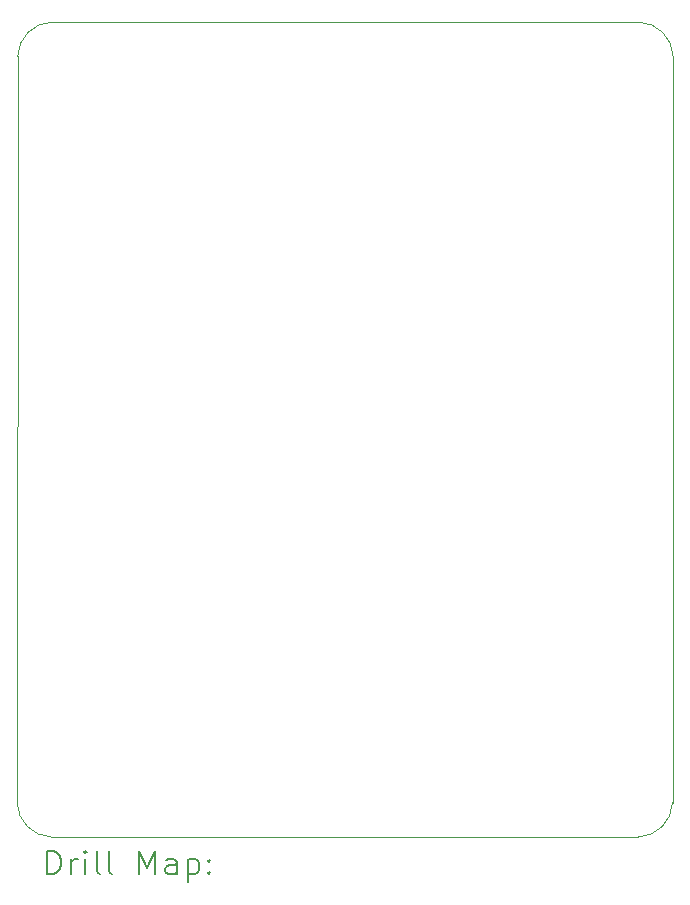
<source format=gbr>
%TF.GenerationSoftware,KiCad,Pcbnew,8.0.5*%
%TF.CreationDate,2024-10-21T18:22:37-10:00*%
%TF.ProjectId,SiPMT.revA,5369504d-542e-4726-9576-412e6b696361,rev?*%
%TF.SameCoordinates,Original*%
%TF.FileFunction,Drillmap*%
%TF.FilePolarity,Positive*%
%FSLAX45Y45*%
G04 Gerber Fmt 4.5, Leading zero omitted, Abs format (unit mm)*
G04 Created by KiCad (PCBNEW 8.0.5) date 2024-10-21 18:22:37*
%MOMM*%
%LPD*%
G01*
G04 APERTURE LIST*
%ADD10C,0.100000*%
%ADD11C,0.200000*%
G04 APERTURE END LIST*
D10*
X17175006Y-6058169D02*
X12205000Y-6058000D01*
X17459831Y-12668006D02*
X17465000Y-6348000D01*
X11915169Y-6347994D02*
X11910000Y-12668000D01*
X12199994Y-12957831D02*
G75*
G02*
X11909995Y-12668000I9996J300001D01*
G01*
X11915169Y-6347994D02*
G75*
G02*
X12205000Y-6057995I300001J-9996D01*
G01*
X17175006Y-6058169D02*
G75*
G02*
X17465005Y-6348000I-9996J-300001D01*
G01*
X17459831Y-12668006D02*
G75*
G02*
X17170000Y-12958005I-300001J9996D01*
G01*
X12199994Y-12957831D02*
X17170000Y-12958000D01*
D11*
X12165777Y-13274484D02*
X12165777Y-13074484D01*
X12165777Y-13074484D02*
X12213396Y-13074484D01*
X12213396Y-13074484D02*
X12241967Y-13084008D01*
X12241967Y-13084008D02*
X12261015Y-13103055D01*
X12261015Y-13103055D02*
X12270539Y-13122103D01*
X12270539Y-13122103D02*
X12280062Y-13160198D01*
X12280062Y-13160198D02*
X12280062Y-13188769D01*
X12280062Y-13188769D02*
X12270539Y-13226865D01*
X12270539Y-13226865D02*
X12261015Y-13245912D01*
X12261015Y-13245912D02*
X12241967Y-13264960D01*
X12241967Y-13264960D02*
X12213396Y-13274484D01*
X12213396Y-13274484D02*
X12165777Y-13274484D01*
X12365777Y-13274484D02*
X12365777Y-13141150D01*
X12365777Y-13179246D02*
X12375301Y-13160198D01*
X12375301Y-13160198D02*
X12384824Y-13150674D01*
X12384824Y-13150674D02*
X12403872Y-13141150D01*
X12403872Y-13141150D02*
X12422920Y-13141150D01*
X12489586Y-13274484D02*
X12489586Y-13141150D01*
X12489586Y-13074484D02*
X12480062Y-13084008D01*
X12480062Y-13084008D02*
X12489586Y-13093531D01*
X12489586Y-13093531D02*
X12499110Y-13084008D01*
X12499110Y-13084008D02*
X12489586Y-13074484D01*
X12489586Y-13074484D02*
X12489586Y-13093531D01*
X12613396Y-13274484D02*
X12594348Y-13264960D01*
X12594348Y-13264960D02*
X12584824Y-13245912D01*
X12584824Y-13245912D02*
X12584824Y-13074484D01*
X12718158Y-13274484D02*
X12699110Y-13264960D01*
X12699110Y-13264960D02*
X12689586Y-13245912D01*
X12689586Y-13245912D02*
X12689586Y-13074484D01*
X12946729Y-13274484D02*
X12946729Y-13074484D01*
X12946729Y-13074484D02*
X13013396Y-13217341D01*
X13013396Y-13217341D02*
X13080062Y-13074484D01*
X13080062Y-13074484D02*
X13080062Y-13274484D01*
X13261015Y-13274484D02*
X13261015Y-13169722D01*
X13261015Y-13169722D02*
X13251491Y-13150674D01*
X13251491Y-13150674D02*
X13232443Y-13141150D01*
X13232443Y-13141150D02*
X13194348Y-13141150D01*
X13194348Y-13141150D02*
X13175301Y-13150674D01*
X13261015Y-13264960D02*
X13241967Y-13274484D01*
X13241967Y-13274484D02*
X13194348Y-13274484D01*
X13194348Y-13274484D02*
X13175301Y-13264960D01*
X13175301Y-13264960D02*
X13165777Y-13245912D01*
X13165777Y-13245912D02*
X13165777Y-13226865D01*
X13165777Y-13226865D02*
X13175301Y-13207817D01*
X13175301Y-13207817D02*
X13194348Y-13198293D01*
X13194348Y-13198293D02*
X13241967Y-13198293D01*
X13241967Y-13198293D02*
X13261015Y-13188769D01*
X13356253Y-13141150D02*
X13356253Y-13341150D01*
X13356253Y-13150674D02*
X13375301Y-13141150D01*
X13375301Y-13141150D02*
X13413396Y-13141150D01*
X13413396Y-13141150D02*
X13432443Y-13150674D01*
X13432443Y-13150674D02*
X13441967Y-13160198D01*
X13441967Y-13160198D02*
X13451491Y-13179246D01*
X13451491Y-13179246D02*
X13451491Y-13236388D01*
X13451491Y-13236388D02*
X13441967Y-13255436D01*
X13441967Y-13255436D02*
X13432443Y-13264960D01*
X13432443Y-13264960D02*
X13413396Y-13274484D01*
X13413396Y-13274484D02*
X13375301Y-13274484D01*
X13375301Y-13274484D02*
X13356253Y-13264960D01*
X13537205Y-13255436D02*
X13546729Y-13264960D01*
X13546729Y-13264960D02*
X13537205Y-13274484D01*
X13537205Y-13274484D02*
X13527682Y-13264960D01*
X13527682Y-13264960D02*
X13537205Y-13255436D01*
X13537205Y-13255436D02*
X13537205Y-13274484D01*
X13537205Y-13150674D02*
X13546729Y-13160198D01*
X13546729Y-13160198D02*
X13537205Y-13169722D01*
X13537205Y-13169722D02*
X13527682Y-13160198D01*
X13527682Y-13160198D02*
X13537205Y-13150674D01*
X13537205Y-13150674D02*
X13537205Y-13169722D01*
M02*

</source>
